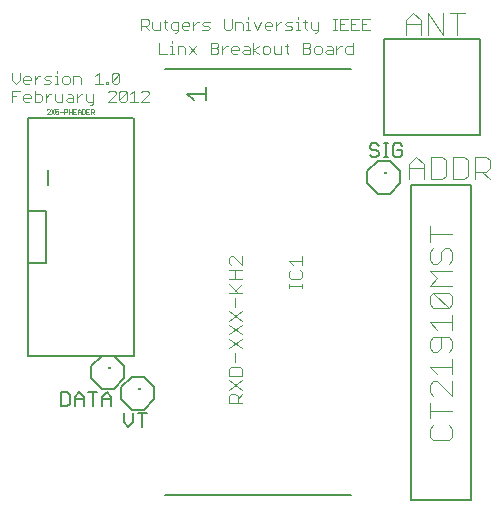
<source format=gto>
G75*
G70*
%OFA0B0*%
%FSLAX24Y24*%
%IPPOS*%
%LPD*%
%AMOC8*
5,1,8,0,0,1.08239X$1,22.5*
%
%ADD10C,0.0030*%
%ADD11C,0.0080*%
%ADD12C,0.0060*%
%ADD13C,0.0040*%
%ADD14C,0.0010*%
%ADD15C,0.0050*%
%ADD16C,0.0000*%
D10*
X003394Y014092D02*
X003456Y014092D01*
X003517Y014153D01*
X003517Y014462D01*
X003270Y014462D02*
X003270Y014277D01*
X003332Y014215D01*
X003517Y014215D01*
X003149Y014462D02*
X003087Y014462D01*
X002964Y014338D01*
X002842Y014338D02*
X002657Y014338D01*
X002595Y014277D01*
X002657Y014215D01*
X002842Y014215D01*
X002842Y014400D01*
X002780Y014462D01*
X002657Y014462D01*
X002474Y014462D02*
X002474Y014215D01*
X002289Y014215D01*
X002227Y014277D01*
X002227Y014462D01*
X002105Y014462D02*
X002043Y014462D01*
X001920Y014338D01*
X001920Y014215D02*
X001920Y014462D01*
X001799Y014400D02*
X001737Y014462D01*
X001552Y014462D01*
X001552Y014585D02*
X001552Y014215D01*
X001737Y014215D01*
X001799Y014277D01*
X001799Y014400D01*
X001430Y014400D02*
X001430Y014338D01*
X001183Y014338D01*
X001183Y014277D02*
X001183Y014400D01*
X001245Y014462D01*
X001368Y014462D01*
X001430Y014400D01*
X001368Y014215D02*
X001245Y014215D01*
X001183Y014277D01*
X000938Y014400D02*
X000815Y014400D01*
X000815Y014215D02*
X000815Y014585D01*
X001062Y014585D01*
X000938Y014815D02*
X001062Y014938D01*
X001062Y015185D01*
X001245Y015062D02*
X001183Y015000D01*
X001183Y014877D01*
X001245Y014815D01*
X001368Y014815D01*
X001430Y014938D02*
X001183Y014938D01*
X001245Y015062D02*
X001368Y015062D01*
X001430Y015000D01*
X001430Y014938D01*
X001552Y014938D02*
X001675Y015062D01*
X001737Y015062D01*
X001859Y015000D02*
X001920Y015062D01*
X002105Y015062D01*
X002227Y015062D02*
X002289Y015062D01*
X002289Y014815D01*
X002350Y014815D02*
X002227Y014815D01*
X002105Y014877D02*
X002044Y014938D01*
X001920Y014938D01*
X001859Y015000D01*
X001859Y014815D02*
X002044Y014815D01*
X002105Y014877D01*
X002289Y015185D02*
X002289Y015247D01*
X002534Y015062D02*
X002472Y015000D01*
X002472Y014877D01*
X002534Y014815D01*
X002658Y014815D01*
X002719Y014877D01*
X002719Y015000D01*
X002658Y015062D01*
X002534Y015062D01*
X002841Y015062D02*
X002841Y014815D01*
X003088Y014815D02*
X003088Y015000D01*
X003026Y015062D01*
X002841Y015062D01*
X003577Y015062D02*
X003701Y015185D01*
X003701Y014815D01*
X003824Y014815D02*
X003577Y014815D01*
X003946Y014815D02*
X004007Y014815D01*
X004007Y014877D01*
X003946Y014877D01*
X003946Y014815D01*
X004130Y014877D02*
X004377Y015124D01*
X004377Y014877D01*
X004315Y014815D01*
X004192Y014815D01*
X004130Y014877D01*
X004130Y015124D01*
X004192Y015185D01*
X004315Y015185D01*
X004377Y015124D01*
X004437Y014585D02*
X004375Y014524D01*
X004375Y014277D01*
X004622Y014524D01*
X004622Y014277D01*
X004561Y014215D01*
X004437Y014215D01*
X004375Y014277D01*
X004254Y014215D02*
X004007Y014215D01*
X004254Y014462D01*
X004254Y014524D01*
X004192Y014585D01*
X004069Y014585D01*
X004007Y014524D01*
X004437Y014585D02*
X004561Y014585D01*
X004622Y014524D01*
X004744Y014462D02*
X004867Y014585D01*
X004867Y014215D01*
X004744Y014215D02*
X004991Y014215D01*
X005112Y014215D02*
X005359Y014462D01*
X005359Y014524D01*
X005297Y014585D01*
X005174Y014585D01*
X005112Y014524D01*
X005112Y014215D02*
X005359Y014215D01*
X005715Y015815D02*
X005962Y015815D01*
X006083Y015815D02*
X006207Y015815D01*
X006145Y015815D02*
X006145Y016062D01*
X006083Y016062D01*
X006145Y016185D02*
X006145Y016247D01*
X006329Y016062D02*
X006514Y016062D01*
X006576Y016000D01*
X006576Y015815D01*
X006697Y015815D02*
X006944Y016062D01*
X006697Y016062D02*
X006944Y015815D01*
X007434Y015815D02*
X007619Y015815D01*
X007681Y015877D01*
X007681Y015938D01*
X007619Y016000D01*
X007434Y016000D01*
X007619Y016000D02*
X007681Y016062D01*
X007681Y016124D01*
X007619Y016185D01*
X007434Y016185D01*
X007434Y015815D01*
X007802Y015815D02*
X007802Y016062D01*
X007926Y016062D02*
X007987Y016062D01*
X007926Y016062D02*
X007802Y015938D01*
X008109Y015938D02*
X008356Y015938D01*
X008356Y016000D01*
X008294Y016062D01*
X008171Y016062D01*
X008109Y016000D01*
X008109Y015877D01*
X008171Y015815D01*
X008294Y015815D01*
X008477Y015877D02*
X008539Y015938D01*
X008724Y015938D01*
X008724Y016000D02*
X008724Y015815D01*
X008539Y015815D01*
X008477Y015877D01*
X008539Y016062D02*
X008663Y016062D01*
X008724Y016000D01*
X008846Y015938D02*
X009031Y016062D01*
X009153Y016000D02*
X009153Y015877D01*
X009214Y015815D01*
X009338Y015815D01*
X009399Y015877D01*
X009399Y016000D01*
X009338Y016062D01*
X009214Y016062D01*
X009153Y016000D01*
X009031Y015815D02*
X008846Y015938D01*
X008846Y015815D02*
X008846Y016185D01*
X008737Y016615D02*
X008614Y016615D01*
X008676Y016615D02*
X008676Y016862D01*
X008614Y016862D01*
X008493Y016800D02*
X008493Y016615D01*
X008493Y016800D02*
X008431Y016862D01*
X008246Y016862D01*
X008246Y016615D01*
X008124Y016677D02*
X008124Y016985D01*
X007877Y016985D02*
X007877Y016677D01*
X007939Y016615D01*
X008063Y016615D01*
X008124Y016677D01*
X008676Y016985D02*
X008676Y017047D01*
X008860Y016862D02*
X008983Y016615D01*
X009106Y016862D01*
X009228Y016800D02*
X009290Y016862D01*
X009413Y016862D01*
X009475Y016800D01*
X009475Y016738D01*
X009228Y016738D01*
X009228Y016677D02*
X009228Y016800D01*
X009228Y016677D02*
X009290Y016615D01*
X009413Y016615D01*
X009596Y016615D02*
X009596Y016862D01*
X009596Y016738D02*
X009720Y016862D01*
X009781Y016862D01*
X009903Y016800D02*
X009965Y016862D01*
X010150Y016862D01*
X010271Y016862D02*
X010333Y016862D01*
X010333Y016615D01*
X010271Y016615D02*
X010395Y016615D01*
X010579Y016677D02*
X010640Y016615D01*
X010579Y016677D02*
X010579Y016924D01*
X010640Y016862D02*
X010517Y016862D01*
X010333Y016985D02*
X010333Y017047D01*
X010088Y016738D02*
X009965Y016738D01*
X009903Y016800D01*
X009903Y016615D02*
X010088Y016615D01*
X010150Y016677D01*
X010088Y016738D01*
X009951Y016124D02*
X009951Y015877D01*
X010013Y015815D01*
X009768Y015815D02*
X009768Y016062D01*
X009889Y016062D02*
X010013Y016062D01*
X009768Y015815D02*
X009583Y015815D01*
X009521Y015877D01*
X009521Y016062D01*
X010503Y016000D02*
X010688Y016000D01*
X010750Y015938D01*
X010750Y015877D01*
X010688Y015815D01*
X010503Y015815D01*
X010503Y016185D01*
X010688Y016185D01*
X010750Y016124D01*
X010750Y016062D01*
X010688Y016000D01*
X010871Y016000D02*
X010871Y015877D01*
X010933Y015815D01*
X011057Y015815D01*
X011118Y015877D01*
X011118Y016000D01*
X011057Y016062D01*
X010933Y016062D01*
X010871Y016000D01*
X011240Y015877D02*
X011301Y015938D01*
X011487Y015938D01*
X011487Y016000D02*
X011487Y015815D01*
X011301Y015815D01*
X011240Y015877D01*
X011301Y016062D02*
X011425Y016062D01*
X011487Y016000D01*
X011608Y015938D02*
X011731Y016062D01*
X011793Y016062D01*
X011915Y016000D02*
X011977Y016062D01*
X012162Y016062D01*
X012162Y016185D02*
X012162Y015815D01*
X011977Y015815D01*
X011915Y015877D01*
X011915Y016000D01*
X011608Y016062D02*
X011608Y015815D01*
X011623Y016615D02*
X011499Y016615D01*
X011561Y016615D02*
X011561Y016985D01*
X011499Y016985D02*
X011623Y016985D01*
X011745Y016985D02*
X011745Y016615D01*
X011992Y016615D01*
X012113Y016615D02*
X012360Y016615D01*
X012481Y016615D02*
X012728Y016615D01*
X012605Y016800D02*
X012481Y016800D01*
X012481Y016985D02*
X012481Y016615D01*
X012236Y016800D02*
X012113Y016800D01*
X012113Y016985D02*
X012113Y016615D01*
X011868Y016800D02*
X011745Y016800D01*
X011745Y016985D02*
X011992Y016985D01*
X012113Y016985D02*
X012360Y016985D01*
X012481Y016985D02*
X012728Y016985D01*
X011009Y016862D02*
X011009Y016553D01*
X010948Y016492D01*
X010886Y016492D01*
X010824Y016615D02*
X011009Y016615D01*
X010824Y016615D02*
X010762Y016677D01*
X010762Y016862D01*
X007388Y016862D02*
X007202Y016862D01*
X007141Y016800D01*
X007202Y016738D01*
X007326Y016738D01*
X007388Y016677D01*
X007326Y016615D01*
X007141Y016615D01*
X006834Y016615D02*
X006834Y016862D01*
X006957Y016862D02*
X007019Y016862D01*
X006957Y016862D02*
X006834Y016738D01*
X006712Y016738D02*
X006465Y016738D01*
X006465Y016677D02*
X006465Y016800D01*
X006527Y016862D01*
X006651Y016862D01*
X006712Y016800D01*
X006712Y016738D01*
X006651Y016615D02*
X006527Y016615D01*
X006465Y016677D01*
X006344Y016615D02*
X006159Y016615D01*
X006097Y016677D01*
X006097Y016800D01*
X006159Y016862D01*
X006344Y016862D01*
X006344Y016553D01*
X006282Y016492D01*
X006221Y016492D01*
X005975Y016615D02*
X005913Y016677D01*
X005913Y016924D01*
X005852Y016862D02*
X005975Y016862D01*
X005730Y016862D02*
X005730Y016615D01*
X005545Y016615D01*
X005483Y016677D01*
X005483Y016862D01*
X005362Y016924D02*
X005362Y016800D01*
X005300Y016738D01*
X005115Y016738D01*
X005115Y016615D02*
X005115Y016985D01*
X005300Y016985D01*
X005362Y016924D01*
X005238Y016738D02*
X005362Y016615D01*
X005715Y016185D02*
X005715Y015815D01*
X006329Y015815D02*
X006329Y016062D01*
X002964Y014462D02*
X002964Y014215D01*
X001552Y014815D02*
X001552Y015062D01*
X000938Y014815D02*
X000815Y014938D01*
X000815Y015185D01*
D11*
X001328Y013676D02*
X004832Y013676D01*
X004872Y013676D02*
X004872Y005724D01*
X001328Y005724D01*
X001328Y008834D01*
X001919Y008834D01*
X001919Y010566D01*
X001328Y010566D01*
X001328Y013676D01*
X002007Y011950D02*
X002007Y011450D01*
X001328Y010566D02*
X001328Y008834D01*
X005890Y015309D02*
X012110Y015309D01*
X013200Y016300D02*
X013200Y013100D01*
X016400Y013100D01*
X016400Y016300D01*
X013200Y016300D01*
X014100Y011450D02*
X016100Y011450D01*
X016100Y000950D01*
X014100Y000950D01*
X014100Y011450D01*
X012110Y001091D02*
X005890Y001091D01*
D12*
X005200Y003950D02*
X004800Y003950D01*
X004450Y004300D01*
X004450Y004700D01*
X004800Y005050D01*
X005200Y005050D01*
X005550Y004700D01*
X005550Y004300D01*
X005200Y003950D01*
X004200Y004650D02*
X003800Y004650D01*
X003450Y005000D01*
X003450Y005400D01*
X003800Y005750D01*
X004200Y005750D01*
X004550Y005400D01*
X004550Y005000D01*
X004200Y004650D01*
X012650Y011500D02*
X013000Y011150D01*
X013400Y011150D01*
X013750Y011500D01*
X013750Y011900D01*
X013400Y012250D01*
X013000Y012250D01*
X012650Y011900D01*
X012650Y011500D01*
X007278Y014265D02*
X007278Y014692D01*
X007278Y014478D02*
X006638Y014478D01*
X006851Y014265D01*
D13*
X008096Y009067D02*
X008020Y008990D01*
X008020Y008836D01*
X008096Y008760D01*
X008020Y008606D02*
X008480Y008606D01*
X008480Y008760D02*
X008173Y009067D01*
X008096Y009067D01*
X008480Y009067D02*
X008480Y008760D01*
X008250Y008606D02*
X008250Y008299D01*
X008480Y008299D02*
X008020Y008299D01*
X008020Y008146D02*
X008327Y007839D01*
X008250Y007916D02*
X008480Y008146D01*
X008480Y007839D02*
X008020Y007839D01*
X008250Y007685D02*
X008250Y007378D01*
X008480Y007225D02*
X008020Y006918D01*
X008020Y006765D02*
X008480Y006458D01*
X008480Y006304D02*
X008020Y005997D01*
X008250Y005844D02*
X008250Y005537D01*
X008403Y005383D02*
X008096Y005383D01*
X008020Y005307D01*
X008020Y005076D01*
X008480Y005076D01*
X008480Y005307D01*
X008403Y005383D01*
X008480Y004923D02*
X008020Y004616D01*
X008096Y004463D02*
X008250Y004463D01*
X008327Y004386D01*
X008327Y004156D01*
X008480Y004156D02*
X008020Y004156D01*
X008020Y004386D01*
X008096Y004463D01*
X008327Y004309D02*
X008480Y004463D01*
X008480Y004616D02*
X008020Y004923D01*
X008480Y005997D02*
X008020Y006304D01*
X008020Y006458D02*
X008480Y006765D01*
X008480Y006918D02*
X008020Y007225D01*
X010020Y007992D02*
X010020Y008146D01*
X010020Y008069D02*
X010480Y008069D01*
X010480Y007992D02*
X010480Y008146D01*
X010403Y008299D02*
X010480Y008376D01*
X010480Y008529D01*
X010403Y008606D01*
X010480Y008760D02*
X010480Y009067D01*
X010480Y008913D02*
X010020Y008913D01*
X010173Y008760D01*
X010096Y008606D02*
X010020Y008529D01*
X010020Y008376D01*
X010096Y008299D01*
X010403Y008299D01*
X014020Y011620D02*
X014020Y012127D01*
X014274Y012381D01*
X014527Y012127D01*
X014527Y011620D01*
X014757Y011620D02*
X015137Y011620D01*
X015264Y011747D01*
X015264Y012254D01*
X015137Y012381D01*
X014757Y012381D01*
X014757Y011620D01*
X014527Y012000D02*
X014020Y012000D01*
X015493Y011620D02*
X015874Y011620D01*
X016000Y011747D01*
X016000Y012254D01*
X015874Y012381D01*
X015493Y012381D01*
X015493Y011620D01*
X016230Y011620D02*
X016230Y012381D01*
X016610Y012381D01*
X016737Y012254D01*
X016737Y012000D01*
X016610Y011874D01*
X016230Y011874D01*
X016483Y011874D02*
X016737Y011620D01*
X015480Y009803D02*
X014719Y009803D01*
X014719Y009550D02*
X014719Y010057D01*
X014846Y009320D02*
X014719Y009193D01*
X014719Y008940D01*
X014846Y008813D01*
X014973Y008813D01*
X015100Y008940D01*
X015100Y009193D01*
X015226Y009320D01*
X015353Y009320D01*
X015480Y009193D01*
X015480Y008940D01*
X015353Y008813D01*
X015480Y008584D02*
X014719Y008584D01*
X014973Y008330D01*
X014719Y008076D01*
X015480Y008076D01*
X015353Y007847D02*
X015480Y007720D01*
X015480Y007467D01*
X015353Y007340D01*
X014846Y007847D01*
X015353Y007847D01*
X014846Y007847D02*
X014719Y007720D01*
X014719Y007467D01*
X014846Y007340D01*
X015353Y007340D01*
X015480Y007110D02*
X015480Y006603D01*
X015480Y006857D02*
X014719Y006857D01*
X014973Y006603D01*
X015100Y006374D02*
X015100Y005993D01*
X014973Y005867D01*
X014846Y005867D01*
X014719Y005993D01*
X014719Y006247D01*
X014846Y006374D01*
X015353Y006374D01*
X015480Y006247D01*
X015480Y005993D01*
X015353Y005867D01*
X015480Y005637D02*
X015480Y005130D01*
X015480Y004900D02*
X015480Y004393D01*
X014973Y004900D01*
X014846Y004900D01*
X014719Y004774D01*
X014719Y004520D01*
X014846Y004393D01*
X014719Y004164D02*
X014719Y003657D01*
X014846Y003427D02*
X014719Y003300D01*
X014719Y003047D01*
X014846Y002920D01*
X015353Y002920D01*
X015480Y003047D01*
X015480Y003300D01*
X015353Y003427D01*
X015480Y003910D02*
X014719Y003910D01*
X014973Y005130D02*
X014719Y005383D01*
X015480Y005383D01*
X015647Y016420D02*
X015647Y017181D01*
X015900Y017181D02*
X015393Y017181D01*
X015164Y017181D02*
X015164Y016420D01*
X014657Y017181D01*
X014657Y016420D01*
X014427Y016420D02*
X014427Y016927D01*
X014174Y017181D01*
X013920Y016927D01*
X013920Y016420D01*
X013920Y016800D02*
X014427Y016800D01*
D14*
X003528Y013930D02*
X003528Y013880D01*
X003503Y013855D01*
X003428Y013855D01*
X003428Y013805D02*
X003428Y013955D01*
X003503Y013955D01*
X003528Y013930D01*
X003478Y013855D02*
X003528Y013805D01*
X003381Y013805D02*
X003281Y013805D01*
X003281Y013955D01*
X003381Y013955D01*
X003331Y013880D02*
X003281Y013880D01*
X003234Y013830D02*
X003234Y013930D01*
X003209Y013955D01*
X003134Y013955D01*
X003134Y013805D01*
X003209Y013805D01*
X003234Y013830D01*
X003086Y013805D02*
X003086Y013905D01*
X003036Y013955D01*
X002986Y013905D01*
X002986Y013805D01*
X002939Y013805D02*
X002839Y013805D01*
X002839Y013955D01*
X002939Y013955D01*
X002986Y013880D02*
X003086Y013880D01*
X002889Y013880D02*
X002839Y013880D01*
X002792Y013880D02*
X002692Y013880D01*
X002644Y013880D02*
X002619Y013855D01*
X002544Y013855D01*
X002544Y013805D02*
X002544Y013955D01*
X002619Y013955D01*
X002644Y013930D01*
X002644Y013880D01*
X002692Y013805D02*
X002692Y013955D01*
X002792Y013955D02*
X002792Y013805D01*
X002497Y013880D02*
X002397Y013880D01*
X002350Y013880D02*
X002350Y013830D01*
X002325Y013805D01*
X002275Y013805D01*
X002250Y013830D01*
X002250Y013880D02*
X002300Y013905D01*
X002325Y013905D01*
X002350Y013880D01*
X002350Y013955D02*
X002250Y013955D01*
X002250Y013880D01*
X002202Y013805D02*
X002102Y013955D01*
X002055Y013930D02*
X002030Y013955D01*
X001980Y013955D01*
X001955Y013930D01*
X002055Y013930D02*
X002055Y013905D01*
X001955Y013805D01*
X002055Y013805D01*
X002102Y013805D02*
X002202Y013955D01*
D15*
X004525Y003525D02*
X004675Y003375D01*
X004825Y003525D01*
X004825Y003825D01*
X004985Y003825D02*
X005286Y003825D01*
X005136Y003825D02*
X005136Y003375D01*
X004525Y003525D02*
X004525Y003825D01*
X004106Y004075D02*
X004106Y004375D01*
X003956Y004525D01*
X003806Y004375D01*
X003806Y004075D01*
X003806Y004300D02*
X004106Y004300D01*
X003646Y004525D02*
X003346Y004525D01*
X003496Y004525D02*
X003496Y004075D01*
X003186Y004075D02*
X003186Y004375D01*
X003036Y004525D01*
X002885Y004375D01*
X002885Y004075D01*
X002725Y004150D02*
X002725Y004450D01*
X002650Y004525D01*
X002425Y004525D01*
X002425Y004075D01*
X002650Y004075D01*
X002725Y004150D01*
X002885Y004300D02*
X003186Y004300D01*
X012725Y012450D02*
X012800Y012375D01*
X012950Y012375D01*
X013025Y012450D01*
X013025Y012525D01*
X012950Y012600D01*
X012800Y012600D01*
X012725Y012675D01*
X012725Y012750D01*
X012800Y012825D01*
X012950Y012825D01*
X013025Y012750D01*
X013185Y012825D02*
X013336Y012825D01*
X013260Y012825D02*
X013260Y012375D01*
X013185Y012375D02*
X013336Y012375D01*
X013492Y012450D02*
X013567Y012375D01*
X013718Y012375D01*
X013793Y012450D01*
X013793Y012600D01*
X013642Y012600D01*
X013492Y012750D02*
X013492Y012450D01*
X013492Y012750D02*
X013567Y012825D01*
X013718Y012825D01*
X013793Y012750D01*
D16*
X013251Y011860D02*
X013253Y011858D01*
X013253Y011857D01*
X013251Y011855D01*
X013246Y011855D01*
X013244Y011852D02*
X013242Y011850D01*
X013238Y011850D01*
X013237Y011852D01*
X013244Y011858D01*
X013244Y011852D01*
X013246Y011850D02*
X013251Y011850D01*
X013253Y011852D01*
X013253Y011853D01*
X013251Y011855D01*
X013251Y011860D02*
X013246Y011860D01*
X013246Y011850D01*
X013244Y011858D02*
X013242Y011860D01*
X013238Y011860D01*
X013237Y011858D01*
X013237Y011852D01*
X013234Y011850D02*
X013228Y011850D01*
X013231Y011850D02*
X013231Y011860D01*
X013228Y011857D01*
X013225Y011858D02*
X013223Y011860D01*
X013220Y011860D01*
X013218Y011858D01*
X013218Y011857D01*
X013220Y011855D01*
X013223Y011855D01*
X013225Y011853D01*
X013225Y011852D01*
X013223Y011850D01*
X013220Y011850D01*
X013218Y011852D01*
X013216Y011852D02*
X013214Y011850D01*
X013211Y011850D01*
X013209Y011852D01*
X013209Y011858D01*
X013211Y011860D01*
X013214Y011860D01*
X013216Y011858D01*
X013207Y011860D02*
X013207Y011850D01*
X013200Y011850D02*
X013200Y011860D01*
X013203Y011857D01*
X013207Y011860D01*
X005053Y004658D02*
X005053Y004657D01*
X005051Y004655D01*
X005046Y004655D01*
X005044Y004652D02*
X005042Y004650D01*
X005038Y004650D01*
X005037Y004652D01*
X005044Y004658D01*
X005044Y004652D01*
X005046Y004650D02*
X005051Y004650D01*
X005053Y004652D01*
X005053Y004653D01*
X005051Y004655D01*
X005053Y004658D02*
X005051Y004660D01*
X005046Y004660D01*
X005046Y004650D01*
X005044Y004658D02*
X005042Y004660D01*
X005038Y004660D01*
X005037Y004658D01*
X005037Y004652D01*
X005034Y004650D02*
X005028Y004650D01*
X005031Y004650D02*
X005031Y004660D01*
X005028Y004657D01*
X005025Y004658D02*
X005023Y004660D01*
X005020Y004660D01*
X005018Y004658D01*
X005018Y004657D01*
X005020Y004655D01*
X005023Y004655D01*
X005025Y004653D01*
X005025Y004652D01*
X005023Y004650D01*
X005020Y004650D01*
X005018Y004652D01*
X005016Y004652D02*
X005014Y004650D01*
X005011Y004650D01*
X005009Y004652D01*
X005009Y004658D01*
X005011Y004660D01*
X005014Y004660D01*
X005016Y004658D01*
X005007Y004660D02*
X005007Y004650D01*
X005000Y004650D02*
X005000Y004660D01*
X005003Y004657D01*
X005007Y004660D01*
X004053Y005352D02*
X004051Y005350D01*
X004046Y005350D01*
X004046Y005360D01*
X004051Y005360D01*
X004053Y005358D01*
X004053Y005357D01*
X004051Y005355D01*
X004046Y005355D01*
X004044Y005352D02*
X004042Y005350D01*
X004038Y005350D01*
X004037Y005352D01*
X004044Y005358D01*
X004044Y005352D01*
X004044Y005358D02*
X004042Y005360D01*
X004038Y005360D01*
X004037Y005358D01*
X004037Y005352D01*
X004034Y005350D02*
X004028Y005350D01*
X004031Y005350D02*
X004031Y005360D01*
X004028Y005357D01*
X004025Y005358D02*
X004023Y005360D01*
X004020Y005360D01*
X004018Y005358D01*
X004018Y005357D01*
X004020Y005355D01*
X004023Y005355D01*
X004025Y005353D01*
X004025Y005352D01*
X004023Y005350D01*
X004020Y005350D01*
X004018Y005352D01*
X004016Y005352D02*
X004014Y005350D01*
X004011Y005350D01*
X004009Y005352D01*
X004009Y005358D01*
X004011Y005360D01*
X004014Y005360D01*
X004016Y005358D01*
X004007Y005360D02*
X004007Y005350D01*
X004000Y005350D02*
X004000Y005360D01*
X004003Y005357D01*
X004007Y005360D01*
X004051Y005355D02*
X004053Y005353D01*
X004053Y005352D01*
M02*

</source>
